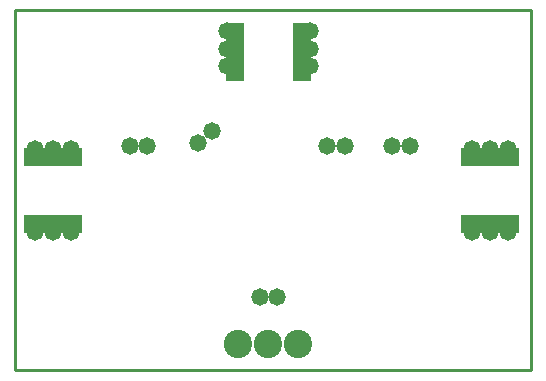
<source format=gbs>
%FSLAX43Y43*%
%MOMM*%
G71*
G01*
G75*
G04 Layer_Color=16711935*
%ADD10R,1.350X4.800*%
%ADD11R,1.270X4.200*%
%ADD12R,4.800X1.350*%
%ADD13R,4.200X1.270*%
%ADD14R,0.350X0.350*%
%ADD15R,0.350X0.350*%
%ADD16R,1.000X1.100*%
%ADD17R,1.100X1.000*%
%ADD18C,1.630*%
%ADD19C,0.254*%
%ADD20C,2.200*%
%ADD21C,1.270*%
%ADD22C,0.127*%
%ADD23R,1.553X5.003*%
%ADD24R,1.473X4.403*%
%ADD25R,5.003X1.553*%
%ADD26R,4.403X1.473*%
%ADD27R,0.553X0.553*%
%ADD28R,0.553X0.553*%
%ADD29R,1.203X1.303*%
%ADD30R,1.303X1.203*%
%ADD31C,2.403*%
%ADD32C,1.473*%
G54D19*
X43750Y250D02*
Y30750D01*
X0Y250D02*
X43750D01*
X0Y30750D02*
X43750D01*
X0Y250D02*
Y30750D01*
G54D23*
X18675Y27250D02*
D03*
X24325D02*
D03*
G54D25*
X3250Y12675D02*
D03*
Y18325D02*
D03*
X40250D02*
D03*
Y12675D02*
D03*
G54D31*
X18960Y2500D02*
D03*
X21500D02*
D03*
X24040D02*
D03*
G54D32*
X26500Y19250D02*
D03*
X20750Y6500D02*
D03*
X22250D02*
D03*
X28000Y19250D02*
D03*
X32000D02*
D03*
X33500D02*
D03*
X38750Y19000D02*
D03*
X40250D02*
D03*
X41750D02*
D03*
X38750Y12000D02*
D03*
X40250D02*
D03*
X41750D02*
D03*
X1750D02*
D03*
X3250D02*
D03*
X4750D02*
D03*
X1750Y19000D02*
D03*
X3250D02*
D03*
X4750D02*
D03*
X18000Y26000D02*
D03*
Y27500D02*
D03*
Y29000D02*
D03*
X25000D02*
D03*
Y27500D02*
D03*
Y26000D02*
D03*
X9750Y19250D02*
D03*
X11250D02*
D03*
X16750Y20500D02*
D03*
X15500Y19500D02*
D03*
M02*

</source>
